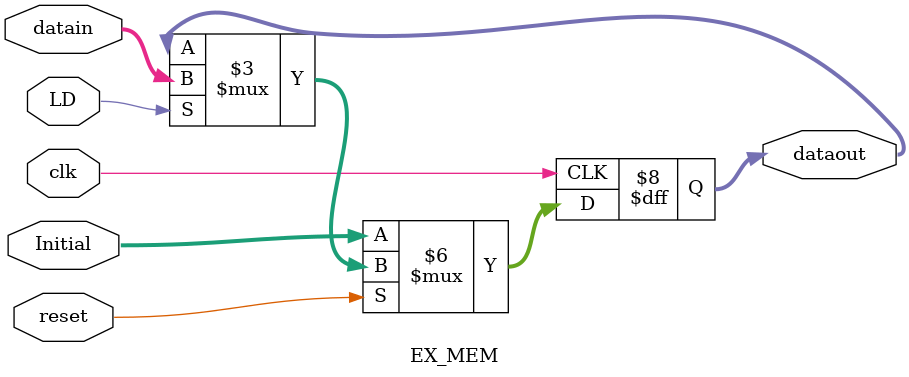
<source format=v>
`timescale 1ns / 1ps



module EX_MEM(
    input clk,
    input LD,
    input reset,
    input [74:0] datain,
  
    input [74:0] Initial,
    
    output reg [74:0] dataout
    );
    // at every clock cycle check for reset or data module load
    always @(posedge clk)
    begin
        if(!reset)
            dataout <= Initial;
        else
            if(LD)
                dataout <= datain;
    end
endmodule

</source>
